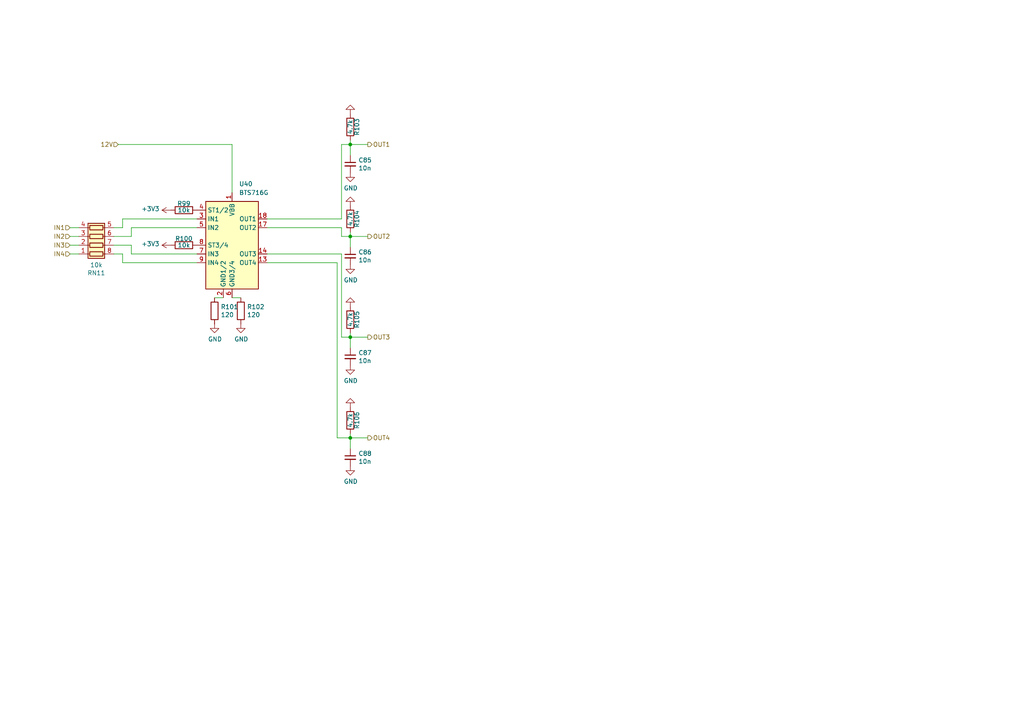
<source format=kicad_sch>
(kicad_sch (version 20230121) (generator eeschema)
  (paper "A4")
  (title_block (title "Polygonus") (date "2024-11-14") (rev "v1.6.1") (comment 2 "rusefi.com/s/proteus"))
  (lib_symbols
    (symbol "Device:C_Small" (pin_numbers hide) (pin_names (offset 0.254) hide)
      (property "Reference" "C" (at 0.254 1.778 0))
      (property "Value" "C_Small" (at 0.254 -2.032 0))
      (symbol "C_Small_0_1"
        (polyline (pts (xy -1.524 -0.508) (xy 1.524 -0.508)) (stroke (width 0.3302)))
        (polyline (pts (xy -1.524 0.508) (xy 1.524 0.508)) (stroke (width 0.3048)))
      )
      (symbol "C_Small_1_1"
        (pin passive line (at 0 2.54 270) (length 2.032) (name "~") (number "1"))
        (pin passive line (at 0 -2.54 90) (length 2.032) (name "~") (number "2"))
      )
    )
    (symbol "Device:R" (pin_numbers hide) (pin_names (offset 0))
      (property "Reference" "R" (at 2.032 0 90))
      (property "Value" "R" (at 0 0 90))
      (symbol "R_0_1"
        (rectangle (start -1.016 -2.54) (end 1.016 2.54) (stroke (width 0.254)))
      )
      (symbol "R_1_1"
        (pin passive line (at 0 3.81 270) (length 1.27) (name "~") (number "1"))
        (pin passive line (at 0 -3.81 90) (length 1.27) (name "~") (number "2"))
      )
    )
    (symbol "Device:R_Pack04" (pin_names (offset 0) hide)
      (property "Reference" "RN" (at -7.62 0 90))
      (property "Value" "R_Pack04" (at 5.08 0 90))
      (symbol "R_Pack04_0_1"
        (rectangle (start -6.35 -2.413) (end 3.81 2.413) (stroke (width 0.254)) (fill (type background)))
        (rectangle (start -5.715 1.905) (end -4.445 -1.905) (stroke (width 0.254)))
        (rectangle (start -3.175 1.905) (end -1.905 -1.905) (stroke (width 0.254)))
        (rectangle (start -0.635 1.905) (end 0.635 -1.905) (stroke (width 0.254)))
        (polyline (pts (xy -5.08 -2.54) (xy -5.08 -1.905)))
        (polyline (pts (xy -5.08 1.905) (xy -5.08 2.54)))
        (polyline (pts (xy -2.54 -2.54) (xy -2.54 -1.905)))
        (polyline (pts (xy -2.54 1.905) (xy -2.54 2.54)))
        (polyline (pts (xy 0 -2.54) (xy 0 -1.905)))
        (polyline (pts (xy 0 1.905) (xy 0 2.54)))
        (polyline (pts (xy 2.54 -2.54) (xy 2.54 -1.905)))
        (polyline (pts (xy 2.54 1.905) (xy 2.54 2.54)))
        (rectangle (start 1.905 1.905) (end 3.175 -1.905) (stroke (width 0.254)))
      )
      (symbol "R_Pack04_1_1"
        (pin passive line (at -5.08 -5.08 90) (length 2.54) (name "R1.1") (number "1"))
        (pin passive line (at -2.54 -5.08 90) (length 2.54) (name "R2.1") (number "2"))
        (pin passive line (at 0 -5.08 90) (length 2.54) (name "R3.1") (number "3"))
        (pin passive line (at 2.54 -5.08 90) (length 2.54) (name "R4.1") (number "4"))
        (pin passive line (at 2.54 5.08 270) (length 2.54) (name "R4.2") (number "5"))
        (pin passive line (at 0 5.08 270) (length 2.54) (name "R3.2") (number "6"))
        (pin passive line (at -2.54 5.08 270) (length 2.54) (name "R2.2") (number "7"))
        (pin passive line (at -5.08 5.08 270) (length 2.54) (name "R1.2") (number "8"))
      )
    )
    (symbol "Power_Management:BTS716G"
      (property "Reference" "U" (at -6.35 13.97 0))
      (property "Value" "BTS716G" (at 5.08 13.97 0))
      (symbol "BTS716G_0_1"
        (rectangle (start -7.62 12.7) (end 7.62 -12.7) (stroke (width 0.254)) (fill (type background)))
      )
      (symbol "BTS716G_1_1"
        (pin power_in line (at 0 15.24 270) (length 2.54) (name "VBB") (number "1"))
        (pin passive line (at 0 15.24 270) (length 2.54) hide (name "VBB") (number "10"))
        (pin passive line (at 0 15.24 270) (length 2.54) hide (name "VBB") (number "11"))
        (pin passive line (at 0 15.24 270) (length 2.54) hide (name "VBB") (number "12"))
        (pin open_emitter line (at 10.16 -5.08 180) (length 2.54) (name "OUT4") (number "13"))
        (pin open_emitter line (at 10.16 -2.54 180) (length 2.54) (name "OUT3") (number "14"))
        (pin passive line (at 0 15.24 270) (length 2.54) hide (name "VBB") (number "15"))
        (pin passive line (at 0 15.24 270) (length 2.54) hide (name "VBB") (number "16"))
        (pin open_emitter line (at 10.16 5.08 180) (length 2.54) (name "OUT2") (number "17"))
        (pin open_emitter line (at 10.16 7.62 180) (length 2.54) (name "OUT1") (number "18"))
        (pin passive line (at 0 15.24 270) (length 2.54) hide (name "VBB") (number "19"))
        (pin power_in line (at -2.54 -15.24 90) (length 2.54) (name "GND1/2") (number "2"))
        (pin passive line (at 0 15.24 270) (length 2.54) hide (name "VBB") (number "20"))
        (pin input line (at -10.16 7.62 0) (length 2.54) (name "IN1") (number "3"))
        (pin open_collector line (at -10.16 10.16 0) (length 2.54) (name "ST1/2") (number "4"))
        (pin input line (at -10.16 5.08 0) (length 2.54) (name "IN2") (number "5"))
        (pin power_in line (at 0 -15.24 90) (length 2.54) (name "GND3/4") (number "6"))
        (pin input line (at -10.16 -2.54 0) (length 2.54) (name "IN3") (number "7"))
        (pin open_collector line (at -10.16 0 0) (length 2.54) (name "ST3/4") (number "8"))
        (pin input line (at -10.16 -5.08 0) (length 2.54) (name "IN4") (number "9"))
      )
    )
    (symbol "power:+3.3V" (power) (pin_names (offset 0))
      (property "Value" "+3.3V" (at 0 3.556 0))
      (symbol "+3.3V_0_1"
        (polyline (pts (xy -0.762 1.27) (xy 0 2.54)))
        (polyline (pts (xy 0 0) (xy 0 2.54)))
        (polyline (pts (xy 0 2.54) (xy 0.762 1.27)))
      )
      (symbol "+3.3V_1_1"
        (pin power_in line (at 0 0 90) (length 0) hide (name "+3V3") (number "1"))
      )
    )
    (symbol "power:GND" (power) (pin_names (offset 0))
      (property "Value" "GND" (at 0 -3.81 0))
      (symbol "GND_0_1"
        (polyline (pts (xy 0 0) (xy 0 -1.27) (xy 1.27 -1.27) (xy 0 -2.54) (xy -1.27 -1.27) (xy 0 -1.27)))
      )
      (symbol "GND_1_1"
        (pin power_in line (at 0 0 270) (length 0) hide (name "GND") (number "1"))
      )
    )
  )
  (junction (at 101.6 68.58))
  (junction (at 101.6 97.79))
  (junction (at 101.6 127))
  (junction (at 101.6 41.91))
  (wire (pts (xy 77.47 76.2) (xy 97.79 76.2)))
  (wire (pts (xy 33.02 71.12) (xy 38.1 71.12)))
  (wire (pts (xy 101.6 127) (xy 106.68 127)))
  (wire (pts (xy 99.06 63.5) (xy 99.06 41.91)))
  (wire (pts (xy 99.06 66.04) (xy 99.06 68.58)))
  (wire (pts (xy 67.31 41.91) (xy 67.31 55.88)))
  (wire (pts (xy 35.56 66.04) (xy 35.56 63.5)))
  (wire (pts (xy 20.32 73.66) (xy 22.86 73.66)))
  (wire (pts (xy 101.6 68.58) (xy 106.68 68.58)))
  (wire (pts (xy 101.6 96.52) (xy 101.6 97.79)))
  (wire (pts (xy 20.32 68.58) (xy 22.86 68.58)))
  (wire (pts (xy 101.6 41.91) (xy 101.6 45.085)))
  (wire (pts (xy 101.6 68.58) (xy 101.6 71.755)))
  (wire (pts (xy 35.56 73.66) (xy 35.56 76.2)))
  (wire (pts (xy 97.79 127) (xy 101.6 127)))
  (wire (pts (xy 97.79 76.2) (xy 97.79 127)))
  (wire (pts (xy 38.1 71.12) (xy 38.1 73.66)))
  (wire (pts (xy 34.29 41.91) (xy 67.31 41.91)))
  (wire (pts (xy 77.47 63.5) (xy 99.06 63.5)))
  (wire (pts (xy 77.47 66.04) (xy 99.06 66.04)))
  (wire (pts (xy 99.06 41.91) (xy 101.6 41.91)))
  (wire (pts (xy 101.6 97.79) (xy 101.6 100.965)))
  (wire (pts (xy 22.86 71.12) (xy 20.32 71.12)))
  (wire (pts (xy 101.6 41.91) (xy 106.68 41.91)))
  (wire (pts (xy 33.02 68.58) (xy 38.1 68.58)))
  (wire (pts (xy 101.6 97.79) (xy 106.68 97.79)))
  (wire (pts (xy 38.1 73.66) (xy 57.15 73.66)))
  (wire (pts (xy 35.56 76.2) (xy 57.15 76.2)))
  (wire (pts (xy 38.1 66.04) (xy 38.1 68.58)))
  (wire (pts (xy 101.6 67.31) (xy 101.6 68.58)))
  (wire (pts (xy 67.31 86.36) (xy 69.85 86.36)))
  (wire (pts (xy 33.02 66.04) (xy 35.56 66.04)))
  (wire (pts (xy 101.6 127) (xy 101.6 130.175)))
  (wire (pts (xy 62.23 86.36) (xy 64.77 86.36)))
  (wire (pts (xy 33.02 73.66) (xy 35.56 73.66)))
  (wire (pts (xy 101.6 40.64) (xy 101.6 41.91)))
  (wire (pts (xy 99.06 73.66) (xy 99.06 97.79)))
  (wire (pts (xy 35.56 63.5) (xy 57.15 63.5)))
  (wire (pts (xy 101.6 125.73) (xy 101.6 127)))
  (wire (pts (xy 77.47 73.66) (xy 99.06 73.66)))
  (wire (pts (xy 57.15 66.04) (xy 38.1 66.04)))
  (wire (pts (xy 22.86 66.04) (xy 20.32 66.04)))
  (wire (pts (xy 99.06 97.79) (xy 101.6 97.79)))
  (wire (pts (xy 99.06 68.58) (xy 101.6 68.58)))
  (hierarchical_label "OUT2" (shape output) (at 106.68 68.58 0))
  (hierarchical_label "IN1" (shape input) (at 20.32 66.04 180))
  (hierarchical_label "OUT1" (shape output) (at 106.68 41.91 0))
  (hierarchical_label "IN2" (shape input) (at 20.32 68.58 180))
  (hierarchical_label "OUT3" (shape output) (at 106.68 97.79 0))
  (hierarchical_label "IN4" (shape input) (at 20.32 73.66 180))
  (hierarchical_label "IN3" (shape input) (at 20.32 71.12 180))
  (hierarchical_label "12V" (shape input) (at 34.29 41.91 180))
  (hierarchical_label "OUT4" (shape output) (at 106.68 127 0))
  (symbol (lib_id "Device:R_Pack04") (at 27.94 68.58 270) (mirror x) (unit 1)
    (property "Reference" "RN11" (at 27.94 79.1718 90))
    (property "Value" "10k" (at 27.94 76.8604 90))
    (property "Footprint" "Resistor_SMD:R_Array_Convex_4x0603" (effects hide))
    (property "PN" "CAT16-1002F4LF" (effects hide))
    (property "LCSC" "C29718" (effects hide))
    (property "LCSC_ext" "0" (effects hide))
  )
  (symbol (lib_id "Device:C_Small") (at 101.6 47.625 0) (unit 1)
    (property "Reference" "C85" (at 103.9368 46.4566 0) (effects (justify left)))
    (property "Value" "10n" (at 103.9368 48.768 0) (effects (justify left)))
    (property "Footprint" "Capacitor_SMD:C_0603_1608Metric" (effects hide))
    (property "LCSC" "C57112" (effects hide))
    (property "LCSC_ext" "0" (effects hide))
  )
  (symbol (lib_id "Device:C_Small") (at 101.6 74.295 0) (unit 1)
    (property "Reference" "C86" (at 103.9368 73.1266 0) (effects (justify left)))
    (property "Value" "10n" (at 103.9368 75.438 0) (effects (justify left)))
    (property "Footprint" "Capacitor_SMD:C_0603_1608Metric" (effects hide))
    (property "LCSC" "C57112" (effects hide))
    (property "LCSC_ext" "0" (effects hide))
  )
  (symbol (lib_id "power:GND") (at 69.85 93.98 0) (unit 1)
    (property "Reference" "#PWR0248" (effects hide))
    (property "Value" "GND" (at 69.977 98.3742 0))
  )
  (symbol (lib_id "power:GND") (at 101.6 50.165 0) (unit 1)
    (property "Reference" "#PWR0250" (effects hide))
    (property "Value" "GND" (at 101.727 54.5592 0))
  )
  (symbol (lib_id "Device:R") (at 69.85 90.17 0) (unit 1)
    (property "Reference" "R102" (at 71.628 89.0016 0) (effects (justify left)))
    (property "Value" "120" (at 71.628 91.313 0) (effects (justify left)))
    (property "Footprint" "Resistor_SMD:R_0603_1608Metric" (effects hide))
    (property "LCSC" "C22787" (effects hide))
    (property "LCSC_ext" "0" (effects hide))
  )
  (symbol (lib_id "Device:R") (at 53.34 60.96 270) (unit 1)
    (property "Reference" "R99" (at 53.34 59.055 90))
    (property "Value" "10k" (at 53.34 60.96 90))
    (property "Footprint" "Resistor_SMD:R_0402_1005Metric" (effects hide))
    (property "LCSC" "C25744" (effects hide))
    (property "LCSC_ext" "0" (effects hide))
  )
  (symbol (lib_id "power:+3.3V") (at 49.53 60.96 90) (unit 1)
    (property "Reference" "#PWR0245" (effects hide))
    (property "Value" "+3.3V" (at 46.2788 60.579 90) (effects (justify left)))
  )
  (symbol (lib_id "power:GND") (at 62.23 93.98 0) (unit 1)
    (property "Reference" "#PWR0247" (effects hide))
    (property "Value" "GND" (at 62.357 98.3742 0))
  )
  (symbol (lib_id "power:GND") (at 101.6 76.835 0) (unit 1)
    (property "Reference" "#PWR0252" (effects hide))
    (property "Value" "GND" (at 101.727 81.2292 0))
  )
  (symbol (lib_id "Device:R") (at 62.23 90.17 0) (unit 1)
    (property "Reference" "R101" (at 64.008 89.0016 0) (effects (justify left)))
    (property "Value" "120" (at 64.008 91.313 0) (effects (justify left)))
    (property "Footprint" "Resistor_SMD:R_0603_1608Metric" (effects hide))
    (property "LCSC" "C22787" (effects hide))
    (property "LCSC_ext" "0" (effects hide))
  )
  (symbol (lib_id "Device:R") (at 53.34 71.12 270) (unit 1)
    (property "Reference" "R100" (at 53.34 69.215 90))
    (property "Value" "10k" (at 53.34 71.12 90))
    (property "Footprint" "Resistor_SMD:R_0402_1005Metric" (effects hide))
    (property "LCSC" "C25744" (effects hide))
    (property "LCSC_ext" "0" (effects hide))
  )
  (symbol (lib_id "power:+3.3V") (at 49.53 71.12 90) (unit 1)
    (property "Reference" "#PWR0246" (effects hide))
    (property "Value" "+3.3V" (at 46.2788 70.739 90) (effects (justify left)))
  )
  (symbol (lib_id "Device:R") (at 101.6 36.83 180) (unit 1)
    (property "Reference" "R103" (at 103.505 36.83 90))
    (property "Value" "4.7k" (at 101.6 36.83 90))
    (property "Footprint" "Resistor_SMD:R_0805_2012Metric" (effects hide))
    (property "LCSC" "C17673" (effects hide))
    (property "LCSC_ext" "0" (effects hide))
  )
  (symbol (lib_id "power:GND") (at 101.6 33.02 180) (unit 1)
    (property "Reference" "#PWR0249" (effects hide))
    (property "Value" "GND" (effects hide))
  )
  (symbol (lib_id "Device:R") (at 101.6 63.5 180) (unit 1)
    (property "Reference" "R104" (at 103.505 63.5 90))
    (property "Value" "4.7k" (at 101.6 63.5 90))
    (property "Footprint" "Resistor_SMD:R_0805_2012Metric" (effects hide))
    (property "LCSC" "C17673" (effects hide))
    (property "LCSC_ext" "0" (effects hide))
  )
  (symbol (lib_id "power:GND") (at 101.6 59.69 180) (unit 1)
    (property "Reference" "#PWR0251" (effects hide))
    (property "Value" "GND" (effects hide))
  )
  (symbol (lib_id "power:GND") (at 101.6 118.11 180) (unit 1)
    (property "Reference" "#PWR0255" (effects hide))
    (property "Value" "GND" (effects hide))
  )
  (symbol (lib_id "Device:R") (at 101.6 121.92 180) (unit 1)
    (property "Reference" "R106" (at 103.505 121.92 90))
    (property "Value" "4.7k" (at 101.6 121.92 90))
    (property "Footprint" "Resistor_SMD:R_0805_2012Metric" (effects hide))
    (property "LCSC" "C17673" (effects hide))
    (property "LCSC_ext" "0" (effects hide))
  )
  (symbol (lib_id "Power_Management:BTS716G") (at 67.31 71.12 0) (unit 1)
    (property "Reference" "U40" (at 69.3294 53.34 0) (effects (justify left)))
    (property "Value" "BTS716G" (at 69.3294 55.88 0) (effects (justify left)))
    (property "Footprint" "Package_SO:Infineon_PG-DSO-20-32" (effects hide))
    (property "Datasheet" "https://www.infineon.com/dgdl/Infineon-BTS716G-DS-v01_00-EN.pdf?fileId=5546d4625a888733015aa3be86601004" (effects hide))
    (property "LCSC" "C85135" (effects hide))
  )
  (symbol (lib_id "Device:C_Small") (at 101.6 132.715 0) (unit 1)
    (property "Reference" "C88" (at 103.9368 131.5466 0) (effects (justify left)))
    (property "Value" "10n" (at 103.9368 133.858 0) (effects (justify left)))
    (property "Footprint" "Capacitor_SMD:C_0603_1608Metric" (effects hide))
    (property "LCSC" "C57112" (effects hide))
    (property "LCSC_ext" "0" (effects hide))
  )
  (symbol (lib_id "Device:R") (at 101.6 92.71 180) (unit 1)
    (property "Reference" "R105" (at 103.505 92.71 90))
    (property "Value" "4.7k" (at 101.6 92.71 90))
    (property "Footprint" "Resistor_SMD:R_0805_2012Metric" (effects hide))
    (property "LCSC" "C17673" (effects hide))
    (property "LCSC_ext" "0" (effects hide))
  )
  (symbol (lib_id "power:GND") (at 101.6 135.255 0) (unit 1)
    (property "Reference" "#PWR0256" (effects hide))
    (property "Value" "GND" (at 101.727 139.6492 0))
  )
  (symbol (lib_id "power:GND") (at 101.6 106.045 0) (unit 1)
    (property "Reference" "#PWR0254" (effects hide))
    (property "Value" "GND" (at 101.727 110.4392 0))
  )
  (symbol (lib_id "Device:C_Small") (at 101.6 103.505 0) (unit 1)
    (property "Reference" "C87" (at 103.9368 102.3366 0) (effects (justify left)))
    (property "Value" "10n" (at 103.9368 104.648 0) (effects (justify left)))
    (property "Footprint" "Capacitor_SMD:C_0603_1608Metric" (effects hide))
    (property "LCSC" "C57112" (effects hide))
    (property "LCSC_ext" "0" (effects hide))
  )
  (symbol (lib_id "power:GND") (at 101.6 88.9 180) (unit 1)
    (property "Reference" "#PWR0253" (effects hide))
    (property "Value" "GND" (effects hide))
  )
)
</source>
